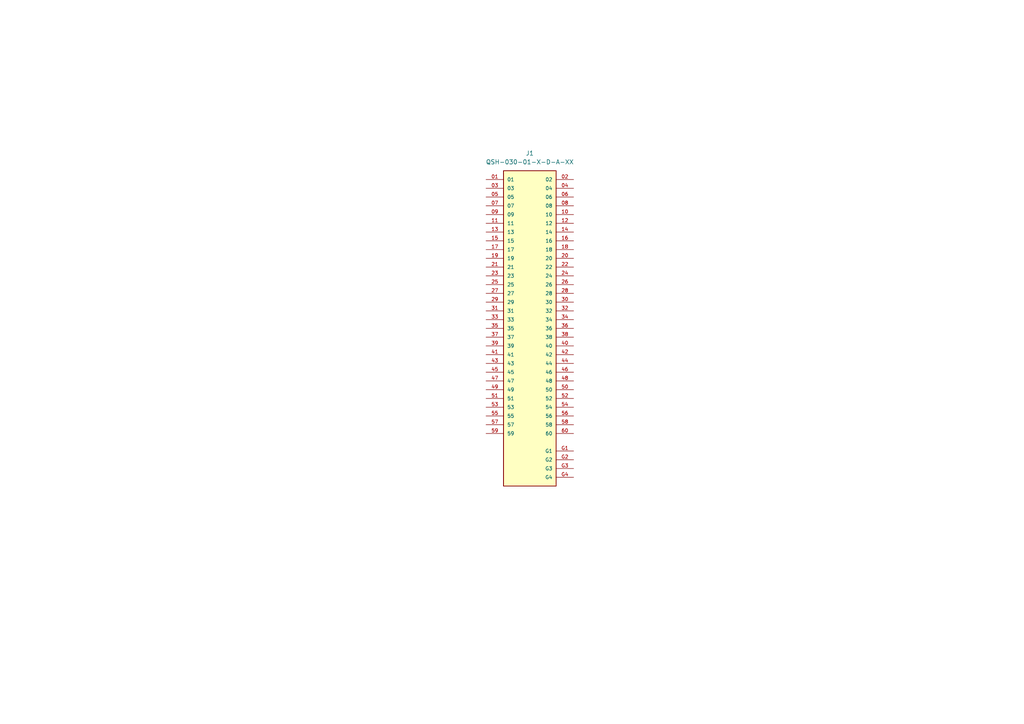
<source format=kicad_sch>
(kicad_sch (version 20231120) (generator "eeschema") (generator_version "8.0")
  (paper "A4")
  (lib_symbols
    (symbol "QSH-030-01-X-D-A-XX:QSH-030-01-X-D-A-XX" (pin_names (offset 1.016))
      (property "Reference" "J" (at -7.62 46.99 0))
      (property "Value" "QSH-030-01-X-D-A-XX" (at -7.62 -48.26 0))
      (symbol "QSH-030-01-X-D-A-XX_0_0"
        (rectangle (start -7.62 -45.72) (end 7.62 45.72) (stroke (width 0.254)) (fill (type background)))
        (pin passive line (at -12.7 43.18 0) (length 5.08) (name "01") (number "01"))
        (pin passive line (at 12.7 43.18 180) (length 5.08) (name "02") (number "02"))
        (pin passive line (at -12.7 40.64 0) (length 5.08) (name "03") (number "03"))
        (pin passive line (at 12.7 40.64 180) (length 5.08) (name "04") (number "04"))
        (pin passive line (at -12.7 38.1 0) (length 5.08) (name "05") (number "05"))
        (pin passive line (at 12.7 38.1 180) (length 5.08) (name "06") (number "06"))
        (pin passive line (at -12.7 35.56 0) (length 5.08) (name "07") (number "07"))
        (pin passive line (at 12.7 35.56 180) (length 5.08) (name "08") (number "08"))
        (pin passive line (at -12.7 33.02 0) (length 5.08) (name "09") (number "09"))
        (pin passive line (at 12.7 33.02 180) (length 5.08) (name "10") (number "10"))
        (pin passive line (at -12.7 30.48 0) (length 5.08) (name "11") (number "11"))
        (pin passive line (at 12.7 30.48 180) (length 5.08) (name "12") (number "12"))
        (pin passive line (at -12.7 27.94 0) (length 5.08) (name "13") (number "13"))
        (pin passive line (at 12.7 27.94 180) (length 5.08) (name "14") (number "14"))
        (pin passive line (at -12.7 25.4 0) (length 5.08) (name "15") (number "15"))
        (pin passive line (at 12.7 25.4 180) (length 5.08) (name "16") (number "16"))
        (pin passive line (at -12.7 22.86 0) (length 5.08) (name "17") (number "17"))
        (pin passive line (at 12.7 22.86 180) (length 5.08) (name "18") (number "18"))
        (pin passive line (at -12.7 20.32 0) (length 5.08) (name "19") (number "19"))
        (pin passive line (at 12.7 20.32 180) (length 5.08) (name "20") (number "20"))
        (pin passive line (at -12.7 17.78 0) (length 5.08) (name "21") (number "21"))
        (pin passive line (at 12.7 17.78 180) (length 5.08) (name "22") (number "22"))
        (pin passive line (at -12.7 15.24 0) (length 5.08) (name "23") (number "23"))
        (pin passive line (at 12.7 15.24 180) (length 5.08) (name "24") (number "24"))
        (pin passive line (at -12.7 12.7 0) (length 5.08) (name "25") (number "25"))
        (pin passive line (at 12.7 12.7 180) (length 5.08) (name "26") (number "26"))
        (pin passive line (at -12.7 10.16 0) (length 5.08) (name "27") (number "27"))
        (pin passive line (at 12.7 10.16 180) (length 5.08) (name "28") (number "28"))
        (pin passive line (at -12.7 7.62 0) (length 5.08) (name "29") (number "29"))
        (pin passive line (at 12.7 7.62 180) (length 5.08) (name "30") (number "30"))
        (pin passive line (at -12.7 5.08 0) (length 5.08) (name "31") (number "31"))
        (pin passive line (at 12.7 5.08 180) (length 5.08) (name "32") (number "32"))
        (pin passive line (at -12.7 2.54 0) (length 5.08) (name "33") (number "33"))
        (pin passive line (at 12.7 2.54 180) (length 5.08) (name "34") (number "34"))
        (pin passive line (at -12.7 0 0) (length 5.08) (name "35") (number "35"))
        (pin passive line (at 12.7 0 180) (length 5.08) (name "36") (number "36"))
        (pin passive line (at -12.7 -2.54 0) (length 5.08) (name "37") (number "37"))
        (pin passive line (at 12.7 -2.54 180) (length 5.08) (name "38") (number "38"))
        (pin passive line (at -12.7 -5.08 0) (length 5.08) (name "39") (number "39"))
        (pin passive line (at 12.7 -5.08 180) (length 5.08) (name "40") (number "40"))
        (pin passive line (at -12.7 -7.62 0) (length 5.08) (name "41") (number "41"))
        (pin passive line (at 12.7 -7.62 180) (length 5.08) (name "42") (number "42"))
        (pin passive line (at -12.7 -10.16 0) (length 5.08) (name "43") (number "43"))
        (pin passive line (at 12.7 -10.16 180) (length 5.08) (name "44") (number "44"))
        (pin passive line (at -12.7 -12.7 0) (length 5.08) (name "45") (number "45"))
        (pin passive line (at 12.7 -12.7 180) (length 5.08) (name "46") (number "46"))
        (pin passive line (at -12.7 -15.24 0) (length 5.08) (name "47") (number "47"))
        (pin passive line (at 12.7 -15.24 180) (length 5.08) (name "48") (number "48"))
        (pin passive line (at -12.7 -17.78 0) (length 5.08) (name "49") (number "49"))
        (pin passive line (at 12.7 -17.78 180) (length 5.08) (name "50") (number "50"))
        (pin passive line (at -12.7 -20.32 0) (length 5.08) (name "51") (number "51"))
        (pin passive line (at 12.7 -20.32 180) (length 5.08) (name "52") (number "52"))
        (pin passive line (at -12.7 -22.86 0) (length 5.08) (name "53") (number "53"))
        (pin passive line (at 12.7 -22.86 180) (length 5.08) (name "54") (number "54"))
        (pin passive line (at -12.7 -25.4 0) (length 5.08) (name "55") (number "55"))
        (pin passive line (at 12.7 -25.4 180) (length 5.08) (name "56") (number "56"))
        (pin passive line (at -12.7 -27.94 0) (length 5.08) (name "57") (number "57"))
        (pin passive line (at 12.7 -27.94 180) (length 5.08) (name "58") (number "58"))
        (pin passive line (at -12.7 -30.48 0) (length 5.08) (name "59") (number "59"))
        (pin passive line (at 12.7 -30.48 180) (length 5.08) (name "60") (number "60"))
        (pin power_in line (at 12.7 -35.56 180) (length 5.08) (name "G1") (number "G1"))
        (pin power_in line (at 12.7 -38.1 180) (length 5.08) (name "G2") (number "G2"))
        (pin power_in line (at 12.7 -40.64 180) (length 5.08) (name "G3") (number "G3"))
        (pin power_in line (at 12.7 -43.18 180) (length 5.08) (name "G4") (number "G4"))
      )
    )
  )
  (symbol (lib_id "QSH-030-01-X-D-A-XX:QSH-030-01-X-D-A-XX") (at 153.67 95.25 0) (unit 1)
    (property "Reference" "J1" (at 153.67 44.45 0))
    (property "Value" "QSH-030-01-X-D-A-XX" (at 153.67 46.99 0))
    (property "Footprint" "QSH-030-01-L-D-A-K:SAMTEC_QSH-030-01-X-D-A-XX" (effects (hide yes)))
    (property "PARTREV" "M" (effects (hide yes)))
    (property "STANDARD" "Manufacturer Recommendations" (effects (hide yes)))
    (property "MAXIMUM_PACKAGE_HEIGHT" "3.05 mm" (effects (hide yes)))
    (property "MANUFACTURER" "Samtec" (effects (hide yes)))
  )
)
</source>
